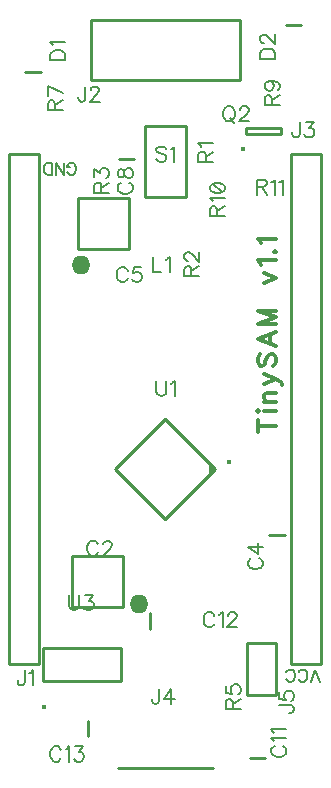
<source format=gbr>
G04 DipTrace 2.4.0.2*
%INTopSilk.gbr*%
%MOMM*%
%ADD10C,0.25*%
%ADD16C,0.4*%
%ADD20O,1.587X1.587*%
%ADD37O,0.391X0.392*%
%ADD91C,0.196*%
%ADD92C,0.333*%
%ADD93C,0.157*%
%FSLAX53Y53*%
G04*
G71*
G90*
G75*
G01*
%LNTopSilk*%
%LPD*%
X9881Y17963D2*
D10*
X5581D1*
Y13664D1*
X9881D1*
Y17963D1*
D20*
X11224Y13908D3*
X22258Y19822D2*
D10*
X23557D1*
X10382Y44001D2*
X6082D1*
Y48302D1*
X10382D1*
Y44001D1*
D20*
X6327Y42659D3*
X10835Y51629D2*
D10*
X9536D1*
X21909Y931D2*
X20610D1*
X12170Y11847D2*
Y13146D1*
X6950Y4041D2*
Y2742D1*
X2910Y58959D2*
X1611D1*
X23658Y62961D2*
X24957D1*
X254Y8888D2*
X2794D1*
Y52072D1*
X254D1*
Y8888D1*
X26670Y52072D2*
X24130D1*
Y8888D1*
X26670D1*
Y52072D1*
X9462Y74D2*
X17463D1*
X19787Y58283D2*
Y63383D1*
X7137D1*
Y58283D1*
X19787D1*
X22797Y6255D2*
X20397D1*
Y10655D1*
X22797D1*
Y6255D1*
D37*
X20032Y52493D3*
X20266Y53767D2*
D10*
X23266D1*
Y54267D1*
X20266D1*
Y53767D1*
X11712Y48386D2*
X15212D1*
Y54387D1*
X11712D1*
Y48386D1*
X17705Y25401D2*
X13461Y21157D1*
X9219Y25399D1*
X13463Y29643D1*
X17705Y25401D1*
G36*
D2*
X17140Y25966D1*
X17139Y24834D1*
X17705Y25401D1*
G37*
D16*
X18872Y25930D3*
D37*
X3158Y5188D3*
X3131Y7455D2*
D10*
X9731D1*
X3131Y10255D2*
X9731D1*
Y7455D2*
Y10255D1*
X3131Y7455D2*
Y10255D1*
X7752Y18987D2*
D91*
X7692Y19107D1*
X7569Y19230D1*
X7449Y19290D1*
X7206D1*
X7084Y19230D1*
X6963Y19107D1*
X6901Y18987D1*
X6841Y18804D1*
Y18500D1*
X6901Y18318D1*
X6963Y18196D1*
X7084Y18076D1*
X7206Y18014D1*
X7449D1*
X7569Y18076D1*
X7692Y18196D1*
X7752Y18318D1*
X8206Y18985D2*
Y19046D1*
X8266Y19168D1*
X8327Y19228D1*
X8449Y19288D1*
X8692D1*
X8812Y19228D1*
X8873Y19168D1*
X8934Y19046D1*
Y18925D1*
X8873Y18803D1*
X8752Y18622D1*
X8144Y18014D1*
X8995D1*
X20753Y17800D2*
X20633Y17740D1*
X20510Y17618D1*
X20450Y17497D1*
Y17254D1*
X20510Y17132D1*
X20633Y17011D1*
X20753Y16949D1*
X20936Y16889D1*
X21240D1*
X21421Y16949D1*
X21544Y17011D1*
X21664Y17132D1*
X21726Y17254D1*
Y17497D1*
X21664Y17618D1*
X21544Y17740D1*
X21421Y17800D1*
X21726Y18800D2*
X20451D1*
X21301Y18192D1*
Y19103D1*
X10259Y42169D2*
X10199Y42290D1*
X10077Y42412D1*
X9956Y42472D1*
X9713D1*
X9591Y42412D1*
X9470Y42290D1*
X9408Y42169D1*
X9348Y41986D1*
Y41682D1*
X9408Y41501D1*
X9470Y41379D1*
X9591Y41258D1*
X9713Y41196D1*
X9956D1*
X10077Y41258D1*
X10199Y41379D1*
X10259Y41501D1*
X11380Y42471D2*
X10773D1*
X10713Y41925D1*
X10773Y41985D1*
X10956Y42047D1*
X11137D1*
X11320Y41985D1*
X11442Y41864D1*
X11502Y41682D1*
Y41561D1*
X11442Y41379D1*
X11320Y41256D1*
X11137Y41196D1*
X10956D1*
X10773Y41256D1*
X10713Y41318D1*
X10651Y41439D1*
X9736Y49601D2*
X9615Y49541D1*
X9493Y49419D1*
X9433Y49298D1*
Y49055D1*
X9493Y48933D1*
X9615Y48812D1*
X9736Y48750D1*
X9919Y48690D1*
X10223D1*
X10404Y48750D1*
X10527Y48812D1*
X10647Y48933D1*
X10709Y49055D1*
Y49298D1*
X10647Y49419D1*
X10527Y49541D1*
X10404Y49601D1*
X9434Y50296D2*
X9495Y50115D1*
X9615Y50054D1*
X9738D1*
X9858Y50115D1*
X9920Y50236D1*
X9980Y50479D1*
X10041Y50661D1*
X10163Y50782D1*
X10284Y50843D1*
X10466D1*
X10587Y50782D1*
X10649Y50722D1*
X10709Y50539D1*
Y50296D1*
X10649Y50115D1*
X10587Y50054D1*
X10466Y49993D1*
X10284D1*
X10163Y50054D1*
X10041Y50176D1*
X9980Y50357D1*
X9920Y50600D1*
X9858Y50722D1*
X9738Y50782D1*
X9615D1*
X9495Y50722D1*
X9434Y50539D1*
Y50296D1*
X22738Y1931D2*
X22617Y1871D1*
X22495Y1748D1*
X22435Y1628D1*
Y1385D1*
X22495Y1263D1*
X22617Y1142D1*
X22738Y1080D1*
X22920Y1020D1*
X23225D1*
X23406Y1080D1*
X23528Y1142D1*
X23649Y1263D1*
X23711Y1385D1*
Y1628D1*
X23649Y1748D1*
X23528Y1871D1*
X23406Y1931D1*
X22679Y2323D2*
X22617Y2445D1*
X22436Y2628D1*
X23711D1*
X22679Y3020D2*
X22617Y3142D1*
X22436Y3324D1*
X23711D1*
X17608Y12950D2*
X17547Y13071D1*
X17425Y13193D1*
X17304Y13253D1*
X17061D1*
X16939Y13193D1*
X16819Y13071D1*
X16757Y12950D1*
X16696Y12767D1*
Y12463D1*
X16757Y12282D1*
X16819Y12160D1*
X16939Y12039D1*
X17061Y11977D1*
X17304D1*
X17425Y12039D1*
X17547Y12160D1*
X17608Y12282D1*
X18000Y13009D2*
X18122Y13071D1*
X18304Y13252D1*
Y11977D1*
X18758Y12949D2*
Y13009D1*
X18819Y13131D1*
X18879Y13191D1*
X19001Y13252D1*
X19244D1*
X19365Y13191D1*
X19425Y13131D1*
X19487Y13009D1*
Y12888D1*
X19425Y12766D1*
X19304Y12585D1*
X18697Y11977D1*
X19547D1*
X4635Y1572D2*
X4575Y1693D1*
X4453Y1815D1*
X4332Y1875D1*
X4089D1*
X3967Y1815D1*
X3846Y1693D1*
X3785Y1572D1*
X3724Y1390D1*
Y1085D1*
X3785Y904D1*
X3846Y782D1*
X3967Y661D1*
X4089Y599D1*
X4332D1*
X4453Y661D1*
X4575Y782D1*
X4635Y904D1*
X5027Y1631D2*
X5150Y1693D1*
X5332Y1874D1*
Y599D1*
X5846Y1874D2*
X6513D1*
X6150Y1388D1*
X6332D1*
X6453Y1328D1*
X6513Y1267D1*
X6575Y1085D1*
Y964D1*
X6513Y782D1*
X6393Y660D1*
X6210Y599D1*
X6028D1*
X5846Y660D1*
X5786Y721D1*
X5724Y842D1*
X3715Y59986D2*
X4991D1*
Y60411D1*
X4929Y60594D1*
X4808Y60716D1*
X4686Y60776D1*
X4505Y60837D1*
X4200D1*
X4018Y60776D1*
X3897Y60716D1*
X3775Y60594D1*
X3715Y60411D1*
Y59986D1*
X3959Y61229D2*
X3897Y61351D1*
X3716Y61533D1*
X4991D1*
X21482Y60113D2*
X22758D1*
Y60539D1*
X22696Y60721D1*
X22576Y60843D1*
X22453Y60904D1*
X22272Y60964D1*
X21968D1*
X21785Y60904D1*
X21665Y60843D1*
X21542Y60721D1*
X21482Y60539D1*
Y60113D1*
X21787Y61418D2*
X21726D1*
X21604Y61478D1*
X21544Y61539D1*
X21483Y61661D1*
Y61904D1*
X21544Y62025D1*
X21604Y62085D1*
X21726Y62147D1*
X21847D1*
X21969Y62085D1*
X22150Y61964D1*
X22758Y61356D1*
Y62207D1*
X1559Y8320D2*
Y7348D1*
X1499Y7166D1*
X1437Y7105D1*
X1316Y7043D1*
X1194D1*
X1073Y7105D1*
X1013Y7166D1*
X951Y7348D1*
Y7469D1*
X1951Y8075D2*
X2073Y8137D1*
X2256Y8318D1*
Y7043D1*
X24833Y54728D2*
Y53756D1*
X24773Y53574D1*
X24711Y53514D1*
X24590Y53452D1*
X24468D1*
X24347Y53514D1*
X24287Y53574D1*
X24225Y53756D1*
Y53877D1*
X25347Y54726D2*
X26014D1*
X25651Y54241D1*
X25833D1*
X25954Y54180D1*
X26014Y54120D1*
X26076Y53937D1*
Y53817D1*
X26014Y53634D1*
X25893Y53512D1*
X25711Y53452D1*
X25528D1*
X25347Y53512D1*
X25287Y53574D1*
X25225Y53695D1*
X12937Y6734D2*
Y5762D1*
X12876Y5580D1*
X12815Y5520D1*
X12694Y5458D1*
X12572D1*
X12451Y5520D1*
X12391Y5580D1*
X12329Y5762D1*
Y5883D1*
X13937Y5458D2*
Y6732D1*
X13329Y5883D1*
X14240D1*
X6680Y57750D2*
Y56778D1*
X6620Y56596D1*
X6558Y56536D1*
X6437Y56474D1*
X6315D1*
X6194Y56536D1*
X6134Y56596D1*
X6072Y56778D1*
Y56899D1*
X7134Y57445D2*
Y57506D1*
X7194Y57628D1*
X7255Y57688D1*
X7377Y57748D1*
X7620D1*
X7740Y57688D1*
X7801Y57628D1*
X7863Y57506D1*
Y57385D1*
X7801Y57263D1*
X7680Y57082D1*
X7072Y56474D1*
X7923D1*
X12400Y43300D2*
Y42024D1*
X13129D1*
X13521Y43056D2*
X13643Y43118D1*
X13825Y43299D1*
Y42024D1*
X23090Y5349D2*
X24061D1*
X24244Y5288D1*
X24304Y5226D1*
X24366Y5106D1*
Y4984D1*
X24304Y4863D1*
X24244Y4802D1*
X24061Y4741D1*
X23940D1*
X23091Y6469D2*
Y5863D1*
X23637Y5803D1*
X23577Y5863D1*
X23515Y6045D1*
Y6226D1*
X23577Y6409D1*
X23698Y6531D1*
X23880Y6591D1*
X24001D1*
X24183Y6531D1*
X24305Y6409D1*
X24366Y6226D1*
Y6045D1*
X24305Y5863D1*
X24244Y5803D1*
X24123Y5741D1*
X18725Y56081D2*
X18605Y56022D1*
X18482Y55900D1*
X18422Y55778D1*
X18360Y55595D1*
Y55292D1*
X18422Y55110D1*
X18482Y54989D1*
X18605Y54867D1*
X18725Y54807D1*
X18968D1*
X19090Y54867D1*
X19211Y54989D1*
X19271Y55110D1*
X19333Y55292D1*
Y55595D1*
X19271Y55778D1*
X19211Y55900D1*
X19090Y56022D1*
X18968Y56081D1*
X18725D1*
X18908Y55049D2*
X19271Y54684D1*
X19787Y55777D2*
Y55837D1*
X19848Y55959D1*
X19908Y56019D1*
X20030Y56080D1*
X20273D1*
X20394Y56019D1*
X20454Y55959D1*
X20516Y55837D1*
Y55716D1*
X20454Y55594D1*
X20333Y55413D1*
X19725Y54805D1*
X20576D1*
X15670Y41682D2*
Y42228D1*
X15608Y42411D1*
X15548Y42472D1*
X15427Y42533D1*
X15305D1*
X15184Y42472D1*
X15123Y42411D1*
X15062Y42228D1*
Y41682D1*
X16338D1*
X15670Y42107D2*
X16338Y42533D1*
X15367Y42987D2*
X15306D1*
X15184Y43047D1*
X15124Y43107D1*
X15064Y43229D1*
Y43472D1*
X15124Y43593D1*
X15184Y43653D1*
X15306Y43715D1*
X15427D1*
X15549Y43653D1*
X15730Y43533D1*
X16338Y42925D1*
Y43776D1*
X8039Y48765D2*
Y49311D1*
X7977Y49493D1*
X7917Y49555D1*
X7796Y49615D1*
X7674D1*
X7553Y49555D1*
X7491Y49493D1*
X7431Y49311D1*
Y48765D1*
X8707D1*
X8039Y49190D2*
X8707Y49615D1*
X7432Y50130D2*
Y50796D1*
X7918Y50433D1*
Y50615D1*
X7978Y50736D1*
X8039Y50796D1*
X8221Y50858D1*
X8342D1*
X8525Y50796D1*
X8647Y50676D1*
X8707Y50493D1*
Y50311D1*
X8647Y50130D1*
X8585Y50069D1*
X8464Y50008D1*
X19182Y5039D2*
Y5585D1*
X19120Y5768D1*
X19059Y5829D1*
X18939Y5890D1*
X18817D1*
X18696Y5829D1*
X18634Y5768D1*
X18574Y5585D1*
Y5039D1*
X19850D1*
X19182Y5464D2*
X19850Y5890D1*
X18575Y7010D2*
Y6404D1*
X19121Y6344D1*
X19061Y6404D1*
X18999Y6587D1*
Y6768D1*
X19061Y6950D1*
X19182Y7072D1*
X19364Y7133D1*
X19485D1*
X19667Y7072D1*
X19789Y6950D1*
X19850Y6768D1*
Y6587D1*
X19789Y6404D1*
X19728Y6344D1*
X19607Y6282D1*
X4134Y55730D2*
X4135Y56276D1*
X4073Y56458D1*
X4012Y56520D1*
X3892Y56580D1*
X3770D1*
X3649Y56520D1*
X3587Y56458D1*
X3527Y56276D1*
Y55730D1*
X4803D1*
X4135Y56155D2*
X4803Y56580D1*
Y57215D2*
X3528Y57823D1*
Y56972D1*
X22484Y56169D2*
Y56715D1*
X22422Y56898D1*
X22361Y56959D1*
X22241Y57020D1*
X22119D1*
X21998Y56959D1*
X21936Y56898D1*
X21876Y56715D1*
Y56169D1*
X23152D1*
X22484Y56594D2*
X23152Y57020D1*
X22301Y58202D2*
X22484Y58140D1*
X22606Y58020D1*
X22666Y57837D1*
Y57777D1*
X22606Y57594D1*
X22484Y57474D1*
X22301Y57412D1*
X22241D1*
X22058Y57474D1*
X21938Y57594D1*
X21877Y57777D1*
Y57837D1*
X21938Y58020D1*
X22058Y58140D1*
X22301Y58202D1*
X22606D1*
X22909Y58140D1*
X23091Y58020D1*
X23152Y57837D1*
Y57716D1*
X23091Y57534D1*
X22969Y57474D1*
X17840Y46790D2*
X17841Y47336D1*
X17779Y47518D1*
X17718Y47580D1*
X17598Y47641D1*
X17476D1*
X17355Y47580D1*
X17293Y47518D1*
X17233Y47336D1*
Y46790D1*
X18509D1*
X17841Y47215D2*
X18509Y47641D1*
X17477Y48033D2*
X17415Y48155D1*
X17234Y48337D1*
X18509D1*
X17234Y49094D2*
X17294Y48912D1*
X17477Y48790D1*
X17780Y48729D1*
X17963D1*
X18266Y48790D1*
X18448Y48912D1*
X18509Y49094D1*
Y49215D1*
X18448Y49398D1*
X18266Y49518D1*
X17963Y49580D1*
X17780D1*
X17477Y49518D1*
X17294Y49398D1*
X17234Y49215D1*
Y49094D1*
X17477Y49518D2*
X18266Y48790D1*
X21182Y49266D2*
X21728D1*
X21911Y49328D1*
X21973Y49388D1*
X22033Y49509D1*
Y49631D1*
X21973Y49752D1*
X21911Y49814D1*
X21728Y49874D1*
X21182D1*
Y48598D1*
X21608Y49266D2*
X22033Y48598D1*
X22425Y49630D2*
X22547Y49692D1*
X22730Y49873D1*
Y48598D1*
X23122Y49630D2*
X23244Y49692D1*
X23427Y49873D1*
Y48598D1*
X16864Y51385D2*
Y51931D1*
X16802Y52113D1*
X16741Y52175D1*
X16621Y52236D1*
X16499D1*
X16378Y52175D1*
X16316Y52113D1*
X16256Y51931D1*
Y51385D1*
X17532D1*
X16864Y51810D2*
X17532Y52236D1*
X16500Y52628D2*
X16438Y52750D1*
X16257Y52932D1*
X17532D1*
X13539Y52490D2*
X13418Y52613D1*
X13236Y52673D1*
X12993D1*
X12810Y52613D1*
X12688Y52490D1*
Y52370D1*
X12750Y52248D1*
X12810Y52187D1*
X12931Y52127D1*
X13296Y52005D1*
X13418Y51944D1*
X13479Y51883D1*
X13539Y51762D1*
Y51579D1*
X13418Y51459D1*
X13236Y51397D1*
X12993D1*
X12810Y51459D1*
X12688Y51579D1*
X13931Y52429D2*
X14053Y52490D1*
X14236Y52671D1*
Y51397D1*
X12700Y32846D2*
Y31935D1*
X12760Y31752D1*
X12882Y31632D1*
X13065Y31570D1*
X13186D1*
X13368Y31632D1*
X13490Y31752D1*
X13551Y31935D1*
Y32846D1*
X13943Y32602D2*
X14065Y32664D1*
X14247Y32845D1*
Y31570D1*
X5300Y14690D2*
Y13779D1*
X5360Y13596D1*
X5482Y13476D1*
X5665Y13414D1*
X5785D1*
X5968Y13476D1*
X6090Y13596D1*
X6150Y13779D1*
Y14690D1*
X6665Y14688D2*
X7331D1*
X6968Y14203D1*
X7150D1*
X7271Y14142D1*
X7331Y14082D1*
X7393Y13899D1*
Y13779D1*
X7331Y13596D1*
X7211Y13474D1*
X7028Y13414D1*
X6846D1*
X6665Y13474D1*
X6604Y13536D1*
X6543Y13657D1*
X21277Y29021D2*
D92*
X22809D1*
X21277Y28511D2*
Y29531D1*
Y30198D2*
X21350Y30271D1*
X21277Y30345D1*
X21203Y30271D1*
X21277Y30198D1*
X21788Y30271D2*
X22809D1*
X21788Y31011D2*
X22809D1*
X22079D2*
X21860Y31230D1*
X21788Y31377D1*
Y31594D1*
X21860Y31741D1*
X22079Y31813D1*
X22809D1*
X21788Y32554D2*
X22809Y32990D1*
X23100Y32845D1*
X23247Y32699D1*
X23319Y32554D1*
Y32480D1*
X21788Y33428D2*
X22809Y32990D1*
X21496Y35116D2*
X21350Y34971D1*
X21277Y34752D1*
Y34461D1*
X21350Y34242D1*
X21496Y34095D1*
X21641D1*
X21788Y34169D1*
X21860Y34242D1*
X21933Y34386D1*
X22079Y34824D1*
X22152Y34971D1*
X22226Y35043D1*
X22371Y35116D1*
X22590D1*
X22735Y34971D1*
X22809Y34752D1*
Y34461D1*
X22735Y34242D1*
X22590Y34095D1*
X22809Y36950D2*
X21277Y36365D1*
X22809Y35783D1*
X22298Y36002D2*
Y36731D1*
X22809Y38782D2*
X21277D1*
X22809Y38200D1*
X21277Y37617D1*
X22809D1*
X21788Y41126D2*
X22809Y41564D1*
X21788Y42001D1*
X21571Y42667D2*
X21496Y42814D1*
X21279Y43033D1*
X22809D1*
X22662Y43772D2*
X22736Y43700D1*
X22809Y43772D1*
X22736Y43846D1*
X22662Y43772D1*
X21571Y44513D2*
X21496Y44659D1*
X21279Y44878D1*
X22809D1*
X26561Y7370D2*
D93*
X26173Y8391D1*
X25784Y7370D1*
X24741Y7612D2*
X24790Y7516D1*
X24887Y7418D1*
X24984Y7370D1*
X25178D1*
X25276Y7418D1*
X25373Y7516D1*
X25422Y7612D1*
X25470Y7758D1*
Y8002D1*
X25422Y8147D1*
X25373Y8245D1*
X25276Y8341D1*
X25178Y8391D1*
X24984D1*
X24887Y8341D1*
X24790Y8245D1*
X24741Y8147D1*
X23699Y7612D2*
X23747Y7516D1*
X23845Y7418D1*
X23941Y7370D1*
X24136D1*
X24233Y7418D1*
X24330Y7516D1*
X24379Y7612D1*
X24428Y7758D1*
Y8002D1*
X24379Y8147D1*
X24330Y8245D1*
X24233Y8341D1*
X24136Y8391D1*
X23941D1*
X23845Y8341D1*
X23747Y8245D1*
X23699Y8147D1*
X5166Y50510D2*
X5214Y50414D1*
X5312Y50316D1*
X5408Y50268D1*
X5602D1*
X5700Y50316D1*
X5797Y50414D1*
X5846Y50510D1*
X5894Y50656D1*
Y50900D1*
X5846Y51045D1*
X5797Y51143D1*
X5700Y51239D1*
X5602Y51289D1*
X5408D1*
X5312Y51239D1*
X5214Y51143D1*
X5166Y51045D1*
Y50900D1*
X5408D1*
X4171Y50268D2*
Y51289D1*
X4852Y50268D1*
Y51289D1*
X3858Y50268D2*
Y51289D1*
X3517D1*
X3371Y51239D1*
X3274Y51143D1*
X3225Y51045D1*
X3177Y50900D1*
Y50656D1*
X3225Y50510D1*
X3274Y50414D1*
X3371Y50316D1*
X3517Y50268D1*
X3858D1*
M02*

</source>
